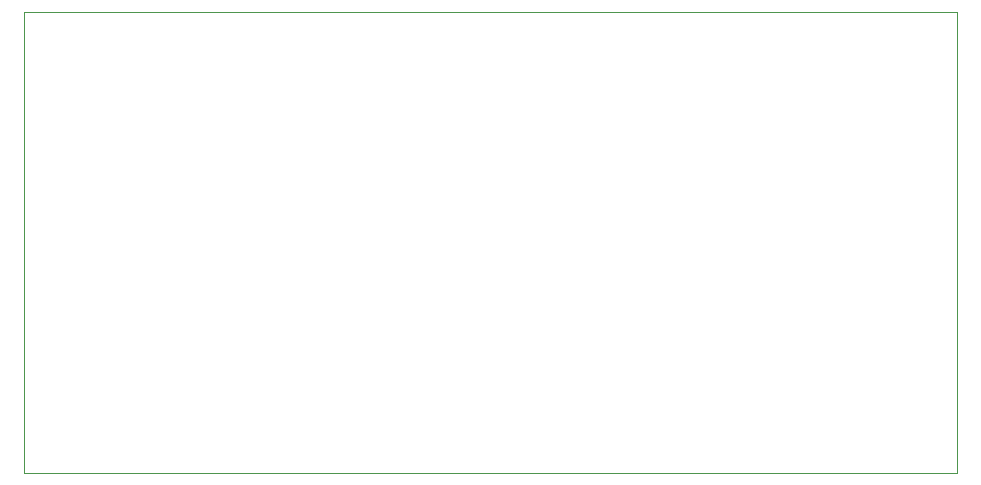
<source format=gbr>
%TF.GenerationSoftware,KiCad,Pcbnew,7.0.1*%
%TF.CreationDate,2023-07-05T17:42:56-06:00*%
%TF.ProjectId,Discharge_Switch,44697363-6861-4726-9765-5f5377697463,1*%
%TF.SameCoordinates,Original*%
%TF.FileFunction,Profile,NP*%
%FSLAX46Y46*%
G04 Gerber Fmt 4.6, Leading zero omitted, Abs format (unit mm)*
G04 Created by KiCad (PCBNEW 7.0.1) date 2023-07-05 17:42:56*
%MOMM*%
%LPD*%
G01*
G04 APERTURE LIST*
%TA.AperFunction,Profile*%
%ADD10C,0.100000*%
%TD*%
G04 APERTURE END LIST*
D10*
X99302944Y-111302944D02*
X178302944Y-111302944D01*
X99302944Y-72302944D02*
X178302944Y-72302944D01*
X178302944Y-72302944D02*
X178302944Y-111302944D01*
X99302944Y-72302944D02*
X99302944Y-111302944D01*
M02*

</source>
